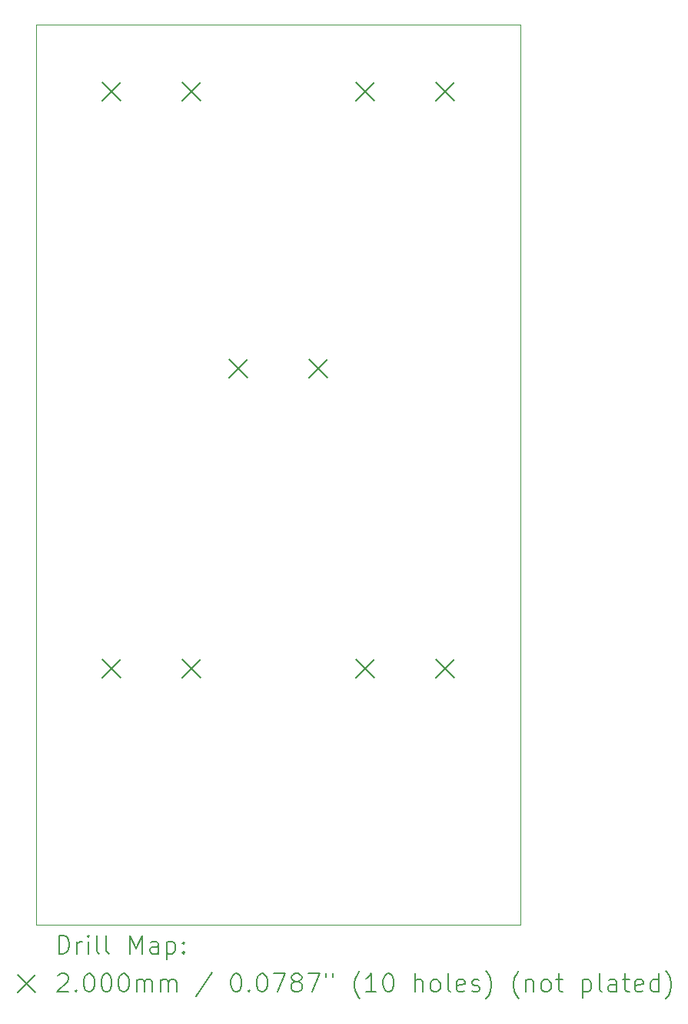
<source format=gbr>
%TF.GenerationSoftware,KiCad,Pcbnew,(6.0.7)*%
%TF.CreationDate,2022-08-28T16:35:01+02:00*%
%TF.ProjectId,filter,66696c74-6572-42e6-9b69-6361645f7063,rev?*%
%TF.SameCoordinates,Original*%
%TF.FileFunction,Drillmap*%
%TF.FilePolarity,Positive*%
%FSLAX45Y45*%
G04 Gerber Fmt 4.5, Leading zero omitted, Abs format (unit mm)*
G04 Created by KiCad (PCBNEW (6.0.7)) date 2022-08-28 16:35:01*
%MOMM*%
%LPD*%
G01*
G04 APERTURE LIST*
%ADD10C,0.100000*%
%ADD11C,0.200000*%
G04 APERTURE END LIST*
D10*
X11430000Y-4826000D02*
X16764000Y-4826000D01*
X16764000Y-4826000D02*
X16764000Y-14732000D01*
X16764000Y-14732000D02*
X11430000Y-14732000D01*
X11430000Y-14732000D02*
X11430000Y-4826000D01*
D11*
X12160000Y-5463000D02*
X12360000Y-5663000D01*
X12360000Y-5463000D02*
X12160000Y-5663000D01*
X12160000Y-11813000D02*
X12360000Y-12013000D01*
X12360000Y-11813000D02*
X12160000Y-12013000D01*
X13040000Y-5463000D02*
X13240000Y-5663000D01*
X13240000Y-5463000D02*
X13040000Y-5663000D01*
X13040000Y-11813000D02*
X13240000Y-12013000D01*
X13240000Y-11813000D02*
X13040000Y-12013000D01*
X13560670Y-8511000D02*
X13760670Y-8711000D01*
X13760670Y-8511000D02*
X13560670Y-8711000D01*
X14440670Y-8511000D02*
X14640670Y-8711000D01*
X14640670Y-8511000D02*
X14440670Y-8711000D01*
X14954000Y-5463000D02*
X15154000Y-5663000D01*
X15154000Y-5463000D02*
X14954000Y-5663000D01*
X14954000Y-11813000D02*
X15154000Y-12013000D01*
X15154000Y-11813000D02*
X14954000Y-12013000D01*
X15834000Y-5463000D02*
X16034000Y-5663000D01*
X16034000Y-5463000D02*
X15834000Y-5663000D01*
X15834000Y-11813000D02*
X16034000Y-12013000D01*
X16034000Y-11813000D02*
X15834000Y-12013000D01*
X11682619Y-15047476D02*
X11682619Y-14847476D01*
X11730238Y-14847476D01*
X11758809Y-14857000D01*
X11777857Y-14876048D01*
X11787381Y-14895095D01*
X11796905Y-14933190D01*
X11796905Y-14961762D01*
X11787381Y-14999857D01*
X11777857Y-15018905D01*
X11758809Y-15037952D01*
X11730238Y-15047476D01*
X11682619Y-15047476D01*
X11882619Y-15047476D02*
X11882619Y-14914143D01*
X11882619Y-14952238D02*
X11892143Y-14933190D01*
X11901667Y-14923667D01*
X11920714Y-14914143D01*
X11939762Y-14914143D01*
X12006428Y-15047476D02*
X12006428Y-14914143D01*
X12006428Y-14847476D02*
X11996905Y-14857000D01*
X12006428Y-14866524D01*
X12015952Y-14857000D01*
X12006428Y-14847476D01*
X12006428Y-14866524D01*
X12130238Y-15047476D02*
X12111190Y-15037952D01*
X12101667Y-15018905D01*
X12101667Y-14847476D01*
X12235000Y-15047476D02*
X12215952Y-15037952D01*
X12206428Y-15018905D01*
X12206428Y-14847476D01*
X12463571Y-15047476D02*
X12463571Y-14847476D01*
X12530238Y-14990333D01*
X12596905Y-14847476D01*
X12596905Y-15047476D01*
X12777857Y-15047476D02*
X12777857Y-14942714D01*
X12768333Y-14923667D01*
X12749286Y-14914143D01*
X12711190Y-14914143D01*
X12692143Y-14923667D01*
X12777857Y-15037952D02*
X12758809Y-15047476D01*
X12711190Y-15047476D01*
X12692143Y-15037952D01*
X12682619Y-15018905D01*
X12682619Y-14999857D01*
X12692143Y-14980809D01*
X12711190Y-14971286D01*
X12758809Y-14971286D01*
X12777857Y-14961762D01*
X12873095Y-14914143D02*
X12873095Y-15114143D01*
X12873095Y-14923667D02*
X12892143Y-14914143D01*
X12930238Y-14914143D01*
X12949286Y-14923667D01*
X12958809Y-14933190D01*
X12968333Y-14952238D01*
X12968333Y-15009381D01*
X12958809Y-15028428D01*
X12949286Y-15037952D01*
X12930238Y-15047476D01*
X12892143Y-15047476D01*
X12873095Y-15037952D01*
X13054048Y-15028428D02*
X13063571Y-15037952D01*
X13054048Y-15047476D01*
X13044524Y-15037952D01*
X13054048Y-15028428D01*
X13054048Y-15047476D01*
X13054048Y-14923667D02*
X13063571Y-14933190D01*
X13054048Y-14942714D01*
X13044524Y-14933190D01*
X13054048Y-14923667D01*
X13054048Y-14942714D01*
X11225000Y-15277000D02*
X11425000Y-15477000D01*
X11425000Y-15277000D02*
X11225000Y-15477000D01*
X11673095Y-15286524D02*
X11682619Y-15277000D01*
X11701667Y-15267476D01*
X11749286Y-15267476D01*
X11768333Y-15277000D01*
X11777857Y-15286524D01*
X11787381Y-15305571D01*
X11787381Y-15324619D01*
X11777857Y-15353190D01*
X11663571Y-15467476D01*
X11787381Y-15467476D01*
X11873095Y-15448428D02*
X11882619Y-15457952D01*
X11873095Y-15467476D01*
X11863571Y-15457952D01*
X11873095Y-15448428D01*
X11873095Y-15467476D01*
X12006428Y-15267476D02*
X12025476Y-15267476D01*
X12044524Y-15277000D01*
X12054048Y-15286524D01*
X12063571Y-15305571D01*
X12073095Y-15343667D01*
X12073095Y-15391286D01*
X12063571Y-15429381D01*
X12054048Y-15448428D01*
X12044524Y-15457952D01*
X12025476Y-15467476D01*
X12006428Y-15467476D01*
X11987381Y-15457952D01*
X11977857Y-15448428D01*
X11968333Y-15429381D01*
X11958809Y-15391286D01*
X11958809Y-15343667D01*
X11968333Y-15305571D01*
X11977857Y-15286524D01*
X11987381Y-15277000D01*
X12006428Y-15267476D01*
X12196905Y-15267476D02*
X12215952Y-15267476D01*
X12235000Y-15277000D01*
X12244524Y-15286524D01*
X12254048Y-15305571D01*
X12263571Y-15343667D01*
X12263571Y-15391286D01*
X12254048Y-15429381D01*
X12244524Y-15448428D01*
X12235000Y-15457952D01*
X12215952Y-15467476D01*
X12196905Y-15467476D01*
X12177857Y-15457952D01*
X12168333Y-15448428D01*
X12158809Y-15429381D01*
X12149286Y-15391286D01*
X12149286Y-15343667D01*
X12158809Y-15305571D01*
X12168333Y-15286524D01*
X12177857Y-15277000D01*
X12196905Y-15267476D01*
X12387381Y-15267476D02*
X12406428Y-15267476D01*
X12425476Y-15277000D01*
X12435000Y-15286524D01*
X12444524Y-15305571D01*
X12454048Y-15343667D01*
X12454048Y-15391286D01*
X12444524Y-15429381D01*
X12435000Y-15448428D01*
X12425476Y-15457952D01*
X12406428Y-15467476D01*
X12387381Y-15467476D01*
X12368333Y-15457952D01*
X12358809Y-15448428D01*
X12349286Y-15429381D01*
X12339762Y-15391286D01*
X12339762Y-15343667D01*
X12349286Y-15305571D01*
X12358809Y-15286524D01*
X12368333Y-15277000D01*
X12387381Y-15267476D01*
X12539762Y-15467476D02*
X12539762Y-15334143D01*
X12539762Y-15353190D02*
X12549286Y-15343667D01*
X12568333Y-15334143D01*
X12596905Y-15334143D01*
X12615952Y-15343667D01*
X12625476Y-15362714D01*
X12625476Y-15467476D01*
X12625476Y-15362714D02*
X12635000Y-15343667D01*
X12654048Y-15334143D01*
X12682619Y-15334143D01*
X12701667Y-15343667D01*
X12711190Y-15362714D01*
X12711190Y-15467476D01*
X12806428Y-15467476D02*
X12806428Y-15334143D01*
X12806428Y-15353190D02*
X12815952Y-15343667D01*
X12835000Y-15334143D01*
X12863571Y-15334143D01*
X12882619Y-15343667D01*
X12892143Y-15362714D01*
X12892143Y-15467476D01*
X12892143Y-15362714D02*
X12901667Y-15343667D01*
X12920714Y-15334143D01*
X12949286Y-15334143D01*
X12968333Y-15343667D01*
X12977857Y-15362714D01*
X12977857Y-15467476D01*
X13368333Y-15257952D02*
X13196905Y-15515095D01*
X13625476Y-15267476D02*
X13644524Y-15267476D01*
X13663571Y-15277000D01*
X13673095Y-15286524D01*
X13682619Y-15305571D01*
X13692143Y-15343667D01*
X13692143Y-15391286D01*
X13682619Y-15429381D01*
X13673095Y-15448428D01*
X13663571Y-15457952D01*
X13644524Y-15467476D01*
X13625476Y-15467476D01*
X13606428Y-15457952D01*
X13596905Y-15448428D01*
X13587381Y-15429381D01*
X13577857Y-15391286D01*
X13577857Y-15343667D01*
X13587381Y-15305571D01*
X13596905Y-15286524D01*
X13606428Y-15277000D01*
X13625476Y-15267476D01*
X13777857Y-15448428D02*
X13787381Y-15457952D01*
X13777857Y-15467476D01*
X13768333Y-15457952D01*
X13777857Y-15448428D01*
X13777857Y-15467476D01*
X13911190Y-15267476D02*
X13930238Y-15267476D01*
X13949286Y-15277000D01*
X13958809Y-15286524D01*
X13968333Y-15305571D01*
X13977857Y-15343667D01*
X13977857Y-15391286D01*
X13968333Y-15429381D01*
X13958809Y-15448428D01*
X13949286Y-15457952D01*
X13930238Y-15467476D01*
X13911190Y-15467476D01*
X13892143Y-15457952D01*
X13882619Y-15448428D01*
X13873095Y-15429381D01*
X13863571Y-15391286D01*
X13863571Y-15343667D01*
X13873095Y-15305571D01*
X13882619Y-15286524D01*
X13892143Y-15277000D01*
X13911190Y-15267476D01*
X14044524Y-15267476D02*
X14177857Y-15267476D01*
X14092143Y-15467476D01*
X14282619Y-15353190D02*
X14263571Y-15343667D01*
X14254048Y-15334143D01*
X14244524Y-15315095D01*
X14244524Y-15305571D01*
X14254048Y-15286524D01*
X14263571Y-15277000D01*
X14282619Y-15267476D01*
X14320714Y-15267476D01*
X14339762Y-15277000D01*
X14349286Y-15286524D01*
X14358809Y-15305571D01*
X14358809Y-15315095D01*
X14349286Y-15334143D01*
X14339762Y-15343667D01*
X14320714Y-15353190D01*
X14282619Y-15353190D01*
X14263571Y-15362714D01*
X14254048Y-15372238D01*
X14244524Y-15391286D01*
X14244524Y-15429381D01*
X14254048Y-15448428D01*
X14263571Y-15457952D01*
X14282619Y-15467476D01*
X14320714Y-15467476D01*
X14339762Y-15457952D01*
X14349286Y-15448428D01*
X14358809Y-15429381D01*
X14358809Y-15391286D01*
X14349286Y-15372238D01*
X14339762Y-15362714D01*
X14320714Y-15353190D01*
X14425476Y-15267476D02*
X14558809Y-15267476D01*
X14473095Y-15467476D01*
X14625476Y-15267476D02*
X14625476Y-15305571D01*
X14701667Y-15267476D02*
X14701667Y-15305571D01*
X14996905Y-15543667D02*
X14987381Y-15534143D01*
X14968333Y-15505571D01*
X14958809Y-15486524D01*
X14949286Y-15457952D01*
X14939762Y-15410333D01*
X14939762Y-15372238D01*
X14949286Y-15324619D01*
X14958809Y-15296048D01*
X14968333Y-15277000D01*
X14987381Y-15248428D01*
X14996905Y-15238905D01*
X15177857Y-15467476D02*
X15063571Y-15467476D01*
X15120714Y-15467476D02*
X15120714Y-15267476D01*
X15101667Y-15296048D01*
X15082619Y-15315095D01*
X15063571Y-15324619D01*
X15301667Y-15267476D02*
X15320714Y-15267476D01*
X15339762Y-15277000D01*
X15349286Y-15286524D01*
X15358809Y-15305571D01*
X15368333Y-15343667D01*
X15368333Y-15391286D01*
X15358809Y-15429381D01*
X15349286Y-15448428D01*
X15339762Y-15457952D01*
X15320714Y-15467476D01*
X15301667Y-15467476D01*
X15282619Y-15457952D01*
X15273095Y-15448428D01*
X15263571Y-15429381D01*
X15254048Y-15391286D01*
X15254048Y-15343667D01*
X15263571Y-15305571D01*
X15273095Y-15286524D01*
X15282619Y-15277000D01*
X15301667Y-15267476D01*
X15606428Y-15467476D02*
X15606428Y-15267476D01*
X15692143Y-15467476D02*
X15692143Y-15362714D01*
X15682619Y-15343667D01*
X15663571Y-15334143D01*
X15635000Y-15334143D01*
X15615952Y-15343667D01*
X15606428Y-15353190D01*
X15815952Y-15467476D02*
X15796905Y-15457952D01*
X15787381Y-15448428D01*
X15777857Y-15429381D01*
X15777857Y-15372238D01*
X15787381Y-15353190D01*
X15796905Y-15343667D01*
X15815952Y-15334143D01*
X15844524Y-15334143D01*
X15863571Y-15343667D01*
X15873095Y-15353190D01*
X15882619Y-15372238D01*
X15882619Y-15429381D01*
X15873095Y-15448428D01*
X15863571Y-15457952D01*
X15844524Y-15467476D01*
X15815952Y-15467476D01*
X15996905Y-15467476D02*
X15977857Y-15457952D01*
X15968333Y-15438905D01*
X15968333Y-15267476D01*
X16149286Y-15457952D02*
X16130238Y-15467476D01*
X16092143Y-15467476D01*
X16073095Y-15457952D01*
X16063571Y-15438905D01*
X16063571Y-15362714D01*
X16073095Y-15343667D01*
X16092143Y-15334143D01*
X16130238Y-15334143D01*
X16149286Y-15343667D01*
X16158809Y-15362714D01*
X16158809Y-15381762D01*
X16063571Y-15400809D01*
X16235000Y-15457952D02*
X16254048Y-15467476D01*
X16292143Y-15467476D01*
X16311190Y-15457952D01*
X16320714Y-15438905D01*
X16320714Y-15429381D01*
X16311190Y-15410333D01*
X16292143Y-15400809D01*
X16263571Y-15400809D01*
X16244524Y-15391286D01*
X16235000Y-15372238D01*
X16235000Y-15362714D01*
X16244524Y-15343667D01*
X16263571Y-15334143D01*
X16292143Y-15334143D01*
X16311190Y-15343667D01*
X16387381Y-15543667D02*
X16396905Y-15534143D01*
X16415952Y-15505571D01*
X16425476Y-15486524D01*
X16435000Y-15457952D01*
X16444524Y-15410333D01*
X16444524Y-15372238D01*
X16435000Y-15324619D01*
X16425476Y-15296048D01*
X16415952Y-15277000D01*
X16396905Y-15248428D01*
X16387381Y-15238905D01*
X16749286Y-15543667D02*
X16739762Y-15534143D01*
X16720714Y-15505571D01*
X16711190Y-15486524D01*
X16701667Y-15457952D01*
X16692143Y-15410333D01*
X16692143Y-15372238D01*
X16701667Y-15324619D01*
X16711190Y-15296048D01*
X16720714Y-15277000D01*
X16739762Y-15248428D01*
X16749286Y-15238905D01*
X16825476Y-15334143D02*
X16825476Y-15467476D01*
X16825476Y-15353190D02*
X16835000Y-15343667D01*
X16854048Y-15334143D01*
X16882619Y-15334143D01*
X16901667Y-15343667D01*
X16911190Y-15362714D01*
X16911190Y-15467476D01*
X17035000Y-15467476D02*
X17015952Y-15457952D01*
X17006429Y-15448428D01*
X16996905Y-15429381D01*
X16996905Y-15372238D01*
X17006429Y-15353190D01*
X17015952Y-15343667D01*
X17035000Y-15334143D01*
X17063571Y-15334143D01*
X17082619Y-15343667D01*
X17092143Y-15353190D01*
X17101667Y-15372238D01*
X17101667Y-15429381D01*
X17092143Y-15448428D01*
X17082619Y-15457952D01*
X17063571Y-15467476D01*
X17035000Y-15467476D01*
X17158810Y-15334143D02*
X17235000Y-15334143D01*
X17187381Y-15267476D02*
X17187381Y-15438905D01*
X17196905Y-15457952D01*
X17215952Y-15467476D01*
X17235000Y-15467476D01*
X17454048Y-15334143D02*
X17454048Y-15534143D01*
X17454048Y-15343667D02*
X17473095Y-15334143D01*
X17511190Y-15334143D01*
X17530238Y-15343667D01*
X17539762Y-15353190D01*
X17549286Y-15372238D01*
X17549286Y-15429381D01*
X17539762Y-15448428D01*
X17530238Y-15457952D01*
X17511190Y-15467476D01*
X17473095Y-15467476D01*
X17454048Y-15457952D01*
X17663571Y-15467476D02*
X17644524Y-15457952D01*
X17635000Y-15438905D01*
X17635000Y-15267476D01*
X17825476Y-15467476D02*
X17825476Y-15362714D01*
X17815952Y-15343667D01*
X17796905Y-15334143D01*
X17758810Y-15334143D01*
X17739762Y-15343667D01*
X17825476Y-15457952D02*
X17806429Y-15467476D01*
X17758810Y-15467476D01*
X17739762Y-15457952D01*
X17730238Y-15438905D01*
X17730238Y-15419857D01*
X17739762Y-15400809D01*
X17758810Y-15391286D01*
X17806429Y-15391286D01*
X17825476Y-15381762D01*
X17892143Y-15334143D02*
X17968333Y-15334143D01*
X17920714Y-15267476D02*
X17920714Y-15438905D01*
X17930238Y-15457952D01*
X17949286Y-15467476D01*
X17968333Y-15467476D01*
X18111190Y-15457952D02*
X18092143Y-15467476D01*
X18054048Y-15467476D01*
X18035000Y-15457952D01*
X18025476Y-15438905D01*
X18025476Y-15362714D01*
X18035000Y-15343667D01*
X18054048Y-15334143D01*
X18092143Y-15334143D01*
X18111190Y-15343667D01*
X18120714Y-15362714D01*
X18120714Y-15381762D01*
X18025476Y-15400809D01*
X18292143Y-15467476D02*
X18292143Y-15267476D01*
X18292143Y-15457952D02*
X18273095Y-15467476D01*
X18235000Y-15467476D01*
X18215952Y-15457952D01*
X18206429Y-15448428D01*
X18196905Y-15429381D01*
X18196905Y-15372238D01*
X18206429Y-15353190D01*
X18215952Y-15343667D01*
X18235000Y-15334143D01*
X18273095Y-15334143D01*
X18292143Y-15343667D01*
X18368333Y-15543667D02*
X18377857Y-15534143D01*
X18396905Y-15505571D01*
X18406429Y-15486524D01*
X18415952Y-15457952D01*
X18425476Y-15410333D01*
X18425476Y-15372238D01*
X18415952Y-15324619D01*
X18406429Y-15296048D01*
X18396905Y-15277000D01*
X18377857Y-15248428D01*
X18368333Y-15238905D01*
M02*

</source>
